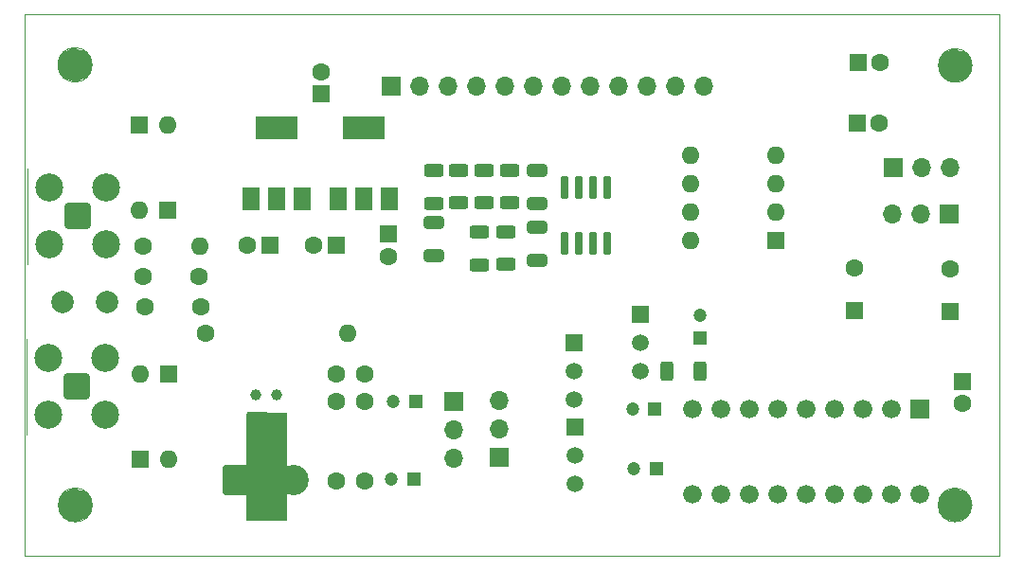
<source format=gbr>
%TF.GenerationSoftware,KiCad,Pcbnew,7.0.6*%
%TF.CreationDate,2023-09-03T13:44:33+00:00*%
%TF.ProjectId,SI4735,53493437-3335-42e6-9b69-6361645f7063,rev?*%
%TF.SameCoordinates,Original*%
%TF.FileFunction,Soldermask,Top*%
%TF.FilePolarity,Negative*%
%FSLAX45Y45*%
G04 Gerber Fmt 4.5, Leading zero omitted, Abs format (unit mm)*
G04 Created by KiCad (PCBNEW 7.0.6) date 2023-09-03 13:44:33*
%MOMM*%
%LPD*%
G01*
G04 APERTURE LIST*
G04 Aperture macros list*
%AMRoundRect*
0 Rectangle with rounded corners*
0 $1 Rounding radius*
0 $2 $3 $4 $5 $6 $7 $8 $9 X,Y pos of 4 corners*
0 Add a 4 corners polygon primitive as box body*
4,1,4,$2,$3,$4,$5,$6,$7,$8,$9,$2,$3,0*
0 Add four circle primitives for the rounded corners*
1,1,$1+$1,$2,$3*
1,1,$1+$1,$4,$5*
1,1,$1+$1,$6,$7*
1,1,$1+$1,$8,$9*
0 Add four rect primitives between the rounded corners*
20,1,$1+$1,$2,$3,$4,$5,0*
20,1,$1+$1,$4,$5,$6,$7,0*
20,1,$1+$1,$6,$7,$8,$9,0*
20,1,$1+$1,$8,$9,$2,$3,0*%
G04 Aperture macros list end*
%ADD10RoundRect,0.250000X-0.650000X0.325000X-0.650000X-0.325000X0.650000X-0.325000X0.650000X0.325000X0*%
%ADD11R,1.600000X1.600000*%
%ADD12C,1.600000*%
%ADD13R,1.200000X1.200000*%
%ADD14C,1.200000*%
%ADD15RoundRect,0.200100X0.949900X-0.949900X0.949900X0.949900X-0.949900X0.949900X-0.949900X-0.949900X0*%
%ADD16C,2.500000*%
%ADD17C,1.000000*%
%ADD18RoundRect,0.250000X0.625000X-0.312500X0.625000X0.312500X-0.625000X0.312500X-0.625000X-0.312500X0*%
%ADD19O,1.600000X1.600000*%
%ADD20R,1.700000X1.700000*%
%ADD21O,1.700000X1.700000*%
%ADD22R,1.500000X1.500000*%
%ADD23C,1.500000*%
%ADD24RoundRect,0.250000X-0.625000X0.312500X-0.625000X-0.312500X0.625000X-0.312500X0.625000X0.312500X0*%
%ADD25RoundRect,0.042000X0.258000X-0.943000X0.258000X0.943000X-0.258000X0.943000X-0.258000X-0.943000X0*%
%ADD26RoundRect,0.250000X0.650000X-0.325000X0.650000X0.325000X-0.650000X0.325000X-0.650000X-0.325000X0*%
%ADD27RoundRect,0.250001X-1.099999X-1.099999X1.099999X-1.099999X1.099999X1.099999X-1.099999X1.099999X0*%
%ADD28C,2.700000*%
%ADD29R,1.500000X2.000000*%
%ADD30R,3.800000X2.000000*%
%ADD31C,2.000000*%
%ADD32R,1.676400X1.676400*%
%ADD33C,1.676400*%
%ADD34RoundRect,0.250000X0.312500X0.625000X-0.312500X0.625000X-0.312500X-0.625000X0.312500X-0.625000X0*%
%TA.AperFunction,Profile*%
%ADD35C,0.050000*%
%TD*%
%TA.AperFunction,Profile*%
%ADD36C,1.535132*%
%TD*%
%TA.AperFunction,Profile*%
%ADD37C,1.516643*%
%TD*%
%TA.AperFunction,Profile*%
%ADD38C,0.100000*%
%TD*%
G04 APERTURE END LIST*
D10*
%TO.C,C6*%
X16155000Y-9365000D03*
X16155000Y-9660000D03*
%TD*%
D11*
%TO.C,C8*%
X15278000Y-9566000D03*
D12*
X15078000Y-9566000D03*
%TD*%
%TO.C,C15*%
X15534000Y-10714000D03*
X15284000Y-10714000D03*
%TD*%
%TO.C,C10*%
X13554000Y-9848000D03*
X14054000Y-9848000D03*
%TD*%
%TO.C,C13*%
X13575000Y-10112500D03*
X14075000Y-10112500D03*
%TD*%
D11*
%TO.C,C7*%
X14689000Y-9568000D03*
D12*
X14489000Y-9568000D03*
%TD*%
D13*
%TO.C,C18*%
X15993000Y-10964000D03*
D14*
X15793000Y-10964000D03*
%TD*%
D13*
%TO.C,C22*%
X15976260Y-11661000D03*
D14*
X15776260Y-11661000D03*
%TD*%
D12*
%TO.C,C17*%
X15284000Y-10964000D03*
X15534000Y-10964000D03*
%TD*%
D15*
%TO.C,J3*%
X12967998Y-9308002D03*
D16*
X12713998Y-9562002D03*
X13221998Y-9562002D03*
X12713998Y-9054002D03*
X13221998Y-9054002D03*
%TD*%
D17*
%TO.C,Y1*%
X14559000Y-10901500D03*
X14749000Y-10901500D03*
%TD*%
D10*
%TO.C,C9*%
X17074730Y-9408370D03*
X17074730Y-9703370D03*
%TD*%
D18*
%TO.C,R4*%
X16833030Y-9188860D03*
X16833030Y-8896360D03*
%TD*%
D11*
%TO.C,C11*%
X19911000Y-10152000D03*
D12*
X19911000Y-9772000D03*
%TD*%
%TO.C,R7*%
X14116000Y-10357000D03*
D19*
X15386000Y-10357000D03*
%TD*%
D13*
%TO.C,C19*%
X18127875Y-11034000D03*
D14*
X17927875Y-11034000D03*
%TD*%
D11*
%TO.C,D2*%
X13771500Y-9256500D03*
D19*
X13771500Y-8494500D03*
%TD*%
D20*
%TO.C,J1*%
X15776000Y-8141000D03*
D21*
X16030000Y-8141000D03*
X16284000Y-8141000D03*
X16538000Y-8141000D03*
X16792000Y-8141000D03*
X17046000Y-8141000D03*
X17300000Y-8141000D03*
X17554000Y-8141000D03*
X17808000Y-8141000D03*
X18062000Y-8141000D03*
X18316000Y-8141000D03*
X18570000Y-8141000D03*
%TD*%
D22*
%TO.C,Q2*%
X17405000Y-10440750D03*
D23*
X17405000Y-10694750D03*
X17405000Y-10948750D03*
%TD*%
D12*
%TO.C,C21*%
X15283000Y-11674000D03*
X15533000Y-11674000D03*
%TD*%
D11*
%TO.C,C2*%
X15146000Y-8215000D03*
D12*
X15146000Y-8015000D03*
%TD*%
D11*
%TO.C,C3*%
X19937000Y-8477000D03*
D12*
X20137000Y-8477000D03*
%TD*%
%TO.C,L1*%
X13554000Y-9579000D03*
D19*
X14062000Y-9579000D03*
%TD*%
D24*
%TO.C,R3*%
X16599350Y-8896360D03*
X16599350Y-9188860D03*
%TD*%
D25*
%TO.C,U3*%
X17318930Y-9545530D03*
X17445930Y-9545530D03*
X17572930Y-9545530D03*
X17699930Y-9545530D03*
X17699930Y-9051530D03*
X17572930Y-9051530D03*
X17445930Y-9051530D03*
X17318930Y-9051530D03*
%TD*%
D22*
%TO.C,Q3*%
X17413000Y-11192750D03*
D23*
X17413000Y-11446750D03*
X17413000Y-11700750D03*
%TD*%
D11*
%TO.C,D4*%
X13526998Y-11481002D03*
D19*
X13526998Y-10719002D03*
%TD*%
D26*
%TO.C,C4*%
X17074730Y-9192470D03*
X17074730Y-8897470D03*
%TD*%
D27*
%TO.C,J8*%
X14397660Y-11667340D03*
D28*
X14897660Y-11667340D03*
%TD*%
D11*
%TO.C,C1*%
X19943000Y-7934000D03*
D12*
X20143000Y-7934000D03*
%TD*%
D20*
%TO.C,J6*%
X16329000Y-10966500D03*
D21*
X16329000Y-11220500D03*
X16329000Y-11474500D03*
%TD*%
D11*
%TO.C,C5*%
X15751000Y-9466000D03*
D12*
X15751000Y-9666000D03*
%TD*%
D29*
%TO.C,U2*%
X15299000Y-9149000D03*
X15529000Y-9149000D03*
D30*
X15529000Y-8519000D03*
D29*
X15759000Y-9149000D03*
%TD*%
D20*
%TO.C,J2*%
X20256000Y-8875470D03*
D21*
X20510000Y-8875470D03*
X20764000Y-8875470D03*
%TD*%
D11*
%TO.C,C16*%
X20882000Y-10782489D03*
D12*
X20882000Y-10982489D03*
%TD*%
D11*
%TO.C,D1*%
X13519000Y-8494500D03*
D19*
X13519000Y-9256500D03*
%TD*%
D31*
%TO.C,L2*%
X13236000Y-10077000D03*
X12836000Y-10077000D03*
%TD*%
D32*
%TO.C,U5*%
X20498875Y-11034000D03*
D33*
X20244875Y-11034000D03*
X19990875Y-11034000D03*
X19736875Y-11034000D03*
X19482875Y-11034000D03*
X19228875Y-11034000D03*
X18974875Y-11034000D03*
X18720875Y-11034000D03*
X18466875Y-11034000D03*
X18466875Y-11796000D03*
X18720875Y-11796000D03*
X18974875Y-11796000D03*
X19228875Y-11796000D03*
X19482875Y-11796000D03*
X19736875Y-11796000D03*
X19990875Y-11796000D03*
X20244875Y-11796000D03*
X20498875Y-11796000D03*
%TD*%
D11*
%TO.C,C12*%
X20766000Y-10156000D03*
D12*
X20766000Y-9776000D03*
%TD*%
D34*
%TO.C,R8*%
X18532250Y-10689750D03*
X18239750Y-10689750D03*
%TD*%
D20*
%TO.C,J7*%
X16736000Y-11463000D03*
D21*
X16736000Y-11209000D03*
X16736000Y-10955000D03*
%TD*%
D24*
%TO.C,R2*%
X16375830Y-8896360D03*
X16375830Y-9188860D03*
%TD*%
%TO.C,R6*%
X16793000Y-9446500D03*
X16793000Y-9739000D03*
%TD*%
D20*
%TO.C,J4*%
X20760500Y-9282970D03*
D21*
X20506500Y-9282970D03*
X20252500Y-9282970D03*
%TD*%
D13*
%TO.C,C14*%
X18531000Y-10393750D03*
D14*
X18531000Y-10193750D03*
%TD*%
D11*
%TO.C,U4*%
X19210500Y-9520000D03*
D19*
X19210500Y-9266000D03*
X19210500Y-9012000D03*
X19210500Y-8758000D03*
X18448500Y-8758000D03*
X18448500Y-9012000D03*
X18448500Y-9266000D03*
X18448500Y-9520000D03*
%TD*%
D15*
%TO.C,J5*%
X12965500Y-10830500D03*
D16*
X12711500Y-11084500D03*
X13219500Y-11084500D03*
X12711500Y-10576500D03*
X13219500Y-10576500D03*
%TD*%
D29*
%TO.C,U1*%
X14519000Y-9149000D03*
X14749000Y-9149000D03*
D30*
X14749000Y-8519000D03*
D29*
X14979000Y-9149000D03*
%TD*%
D22*
%TO.C,Q1*%
X17998000Y-10185750D03*
D23*
X17998000Y-10439750D03*
X17998000Y-10693750D03*
%TD*%
D13*
%TO.C,C20*%
X18141875Y-11566000D03*
D14*
X17941875Y-11566000D03*
%TD*%
D18*
%TO.C,R1*%
X16152310Y-9191000D03*
X16152310Y-8898500D03*
%TD*%
D11*
%TO.C,D3*%
X13781998Y-10719002D03*
D19*
X13781998Y-11481002D03*
%TD*%
D24*
%TO.C,R5*%
X16560000Y-9448750D03*
X16560000Y-9741250D03*
%TD*%
G36*
X14830990Y-11060911D02*
G01*
X14837788Y-11062959D01*
X14842398Y-11068358D01*
X14843500Y-11073510D01*
X14843500Y-12018397D01*
X14841500Y-12025209D01*
X14836134Y-12029858D01*
X14830897Y-12030997D01*
X14488662Y-12030913D01*
X14481851Y-12028911D01*
X14477203Y-12023544D01*
X14476065Y-12018248D01*
X14480935Y-11071035D01*
X14482971Y-11064233D01*
X14488360Y-11059612D01*
X14493625Y-11058500D01*
X14830990Y-11060911D01*
G37*
D35*
X13100268Y-7953000D02*
G75*
G03*
X13100268Y-7953000I-153912J0D01*
G01*
D36*
X13023113Y-7953000D02*
G75*
G03*
X13023113Y-7953000I-76757J0D01*
G01*
D35*
X20965013Y-7959000D02*
G75*
G03*
X20965013Y-7959000I-151013J0D01*
G01*
D37*
X20889832Y-7959000D02*
G75*
G03*
X20889832Y-7959000I-75832J0D01*
G01*
D36*
X13025757Y-11889000D02*
G75*
G03*
X13025757Y-11889000I-76757J0D01*
G01*
D35*
X20962513Y-11889000D02*
G75*
G03*
X20962513Y-11889000I-151013J0D01*
G01*
X13101069Y-11889000D02*
G75*
G03*
X13101069Y-11889000I-152069J0D01*
G01*
D36*
X20891757Y-11887000D02*
G75*
G03*
X20891757Y-11887000I-76757J0D01*
G01*
D35*
X12496500Y-7499000D02*
X21209000Y-7499000D01*
X21209000Y-12346500D01*
X12496500Y-12346500D01*
X12496500Y-7499000D01*
D38*
%TO.C,J3*%
X12517998Y-8878002D02*
X12517998Y-9738002D01*
%TO.C,J5*%
X12515500Y-10400500D02*
X12515500Y-11260500D01*
%TD*%
M02*

</source>
